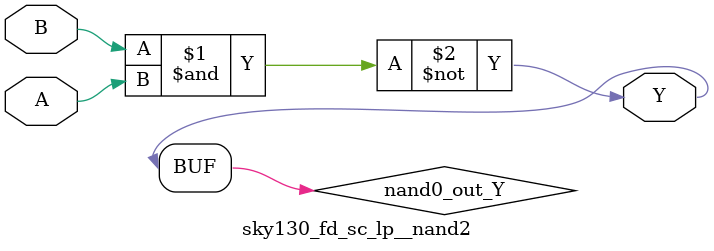
<source format=v>
module sky130_fd_sc_lp__nand2 (
    Y,
    A,
    B
);
    output Y;
    input  A;
    input  B;
    wire nand0_out_Y;
    nand nand0 (nand0_out_Y, B, A           );
    buf  buf0  (Y          , nand0_out_Y    );
endmodule
</source>
